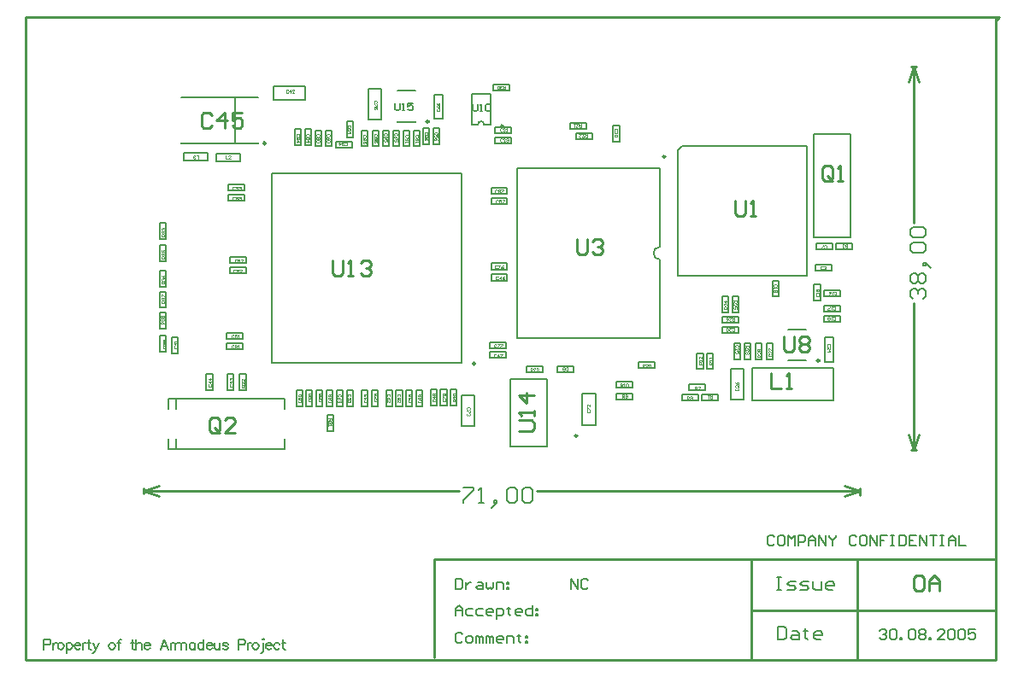
<source format=gto>
%FSLAX42Y42*%
%MOMM*%
G71*
G01*
G75*
%ADD10C,0.45*%
%ADD11R,0.30X1.60*%
%ADD12R,0.60X0.50*%
%ADD13R,0.50X0.60*%
%ADD14R,1.20X1.50*%
%ADD15R,1.50X1.20*%
%ADD16R,0.80X0.90*%
%ADD17R,1.60X0.30*%
%ADD18R,1.95X3.40*%
%ADD19R,1.95X1.10*%
%ADD20R,1.45X0.55*%
%ADD21R,0.90X0.80*%
%ADD22R,2.60X2.40*%
%ADD23R,1.00X2.50*%
%ADD24R,2.50X6.00*%
%ADD25R,3.50X3.20*%
%ADD26R,4.50X1.50*%
%ADD27R,1.50X0.35*%
%ADD28C,0.15*%
%ADD29C,0.25*%
%ADD30C,0.15*%
%ADD31C,0.13*%
%ADD32C,0.18*%
%ADD33C,0.30*%
%ADD34C,0.40*%
%ADD35R,0.35X1.60*%
%ADD36C,0.80*%
%ADD37C,1.10*%
%ADD38O,0.35X1.60*%
%ADD39R,0.95X1.00*%
%ADD40R,1.15X0.35*%
%ADD41R,1.15X0.35*%
%ADD42R,1.65X0.30*%
%ADD43R,0.30X1.00*%
%ADD44O,0.30X1.00*%
%ADD45R,0.40X1.55*%
%ADD46R,0.40X2.20*%
%ADD47C,0.25*%
%ADD48C,0.20*%
%ADD49C,0.10*%
D29*
X3330Y4127D02*
Y4000D01*
X3355Y3975D01*
X3406D01*
X3432Y4000D01*
Y4127D01*
X3482Y3975D02*
X3533D01*
X3508D01*
Y4127D01*
X3482Y4102D01*
X3609D02*
X3635Y4127D01*
X3685D01*
X3711Y4102D01*
Y4077D01*
X3685Y4051D01*
X3660D01*
X3685D01*
X3711Y4026D01*
Y4000D01*
X3685Y3975D01*
X3635D01*
X3609Y4000D01*
X5178Y2440D02*
X5305D01*
X5330Y2465D01*
Y2516D01*
X5305Y2542D01*
X5178D01*
X5330Y2592D02*
Y2643D01*
Y2618D01*
X5178D01*
X5203Y2592D01*
X5330Y2795D02*
X5178D01*
X5254Y2719D01*
Y2821D01*
X2212Y2445D02*
Y2547D01*
X2186Y2572D01*
X2135D01*
X2110Y2547D01*
Y2445D01*
X2135Y2420D01*
X2186D01*
X2161Y2471D02*
X2212Y2420D01*
X2186D02*
X2212Y2445D01*
X2364Y2420D02*
X2262D01*
X2364Y2522D01*
Y2547D01*
X2339Y2572D01*
X2288D01*
X2262Y2547D01*
X2132Y5567D02*
X2106Y5592D01*
X2055D01*
X2030Y5567D01*
Y5465D01*
X2055Y5440D01*
X2106D01*
X2132Y5465D01*
X2259Y5440D02*
Y5592D01*
X2182Y5516D01*
X2284D01*
X2436Y5592D02*
X2335D01*
Y5516D01*
X2385Y5542D01*
X2411D01*
X2436Y5516D01*
Y5465D01*
X2411Y5440D01*
X2360D01*
X2335Y5465D01*
X7670Y3012D02*
Y2860D01*
X7772D01*
X7822D02*
X7873D01*
X7848D01*
Y3012D01*
X7822Y2987D01*
X8282Y4945D02*
Y5047D01*
X8256Y5072D01*
X8205D01*
X8180Y5047D01*
Y4945D01*
X8205Y4920D01*
X8256D01*
X8231Y4971D02*
X8282Y4920D01*
X8256D02*
X8282Y4945D01*
X8332Y4920D02*
X8383D01*
X8358D01*
Y5072D01*
X8332Y5047D01*
X7320Y4722D02*
Y4595D01*
X7345Y4570D01*
X7396D01*
X7422Y4595D01*
Y4722D01*
X7472Y4570D02*
X7523D01*
X7498D01*
Y4722D01*
X7472Y4697D01*
X7800Y3372D02*
Y3245D01*
X7825Y3220D01*
X7876D01*
X7902Y3245D01*
Y3372D01*
X7952Y3347D02*
X7978Y3372D01*
X8029D01*
X8054Y3347D01*
Y3322D01*
X8029Y3296D01*
X8054Y3271D01*
Y3245D01*
X8029Y3220D01*
X7978D01*
X7952Y3245D01*
Y3271D01*
X7978Y3296D01*
X7952Y3322D01*
Y3347D01*
X7978Y3296D02*
X8029D01*
X5748Y4341D02*
Y4214D01*
X5774Y4188D01*
X5824D01*
X5850Y4214D01*
Y4341D01*
X5901Y4315D02*
X5926Y4341D01*
X5977D01*
X6002Y4315D01*
Y4290D01*
X5977Y4264D01*
X5951D01*
X5977D01*
X6002Y4239D01*
Y4214D01*
X5977Y4188D01*
X5926D01*
X5901Y4214D01*
X9060Y6051D02*
X9115D01*
X9065Y2251D02*
X9110D01*
X9090Y4502D02*
Y6051D01*
Y2251D02*
Y3710D01*
X9039Y5898D02*
X9090Y6051D01*
X9141Y5898D01*
X9090Y2251D02*
X9141Y2403D01*
X9039D02*
X9090Y2251D01*
X1457Y1815D02*
Y1865D01*
X8557Y1800D02*
Y1865D01*
X1457Y1840D02*
X4583D01*
X5350D02*
X8557D01*
X1457D02*
X1610Y1789D01*
X1457Y1840D02*
X1610Y1891D01*
X8405D02*
X8557Y1840D01*
X8405Y1789D02*
X8557Y1840D01*
X8530Y170D02*
Y1170D01*
X7480Y660D02*
X9900D01*
X7480Y180D02*
Y1170D01*
X4340Y190D02*
Y1170D01*
X9900D01*
Y170D02*
Y6540D01*
Y6510D02*
X9930Y6540D01*
X290D02*
X9930D01*
X290Y170D02*
Y6540D01*
Y170D02*
X9900D01*
X9090Y977D02*
X9115Y1002D01*
X9166D01*
X9192Y977D01*
Y875D01*
X9166Y850D01*
X9115D01*
X9090Y875D01*
Y977D01*
X9242Y850D02*
Y952D01*
X9293Y1002D01*
X9344Y952D01*
Y850D01*
Y926D01*
X9242D01*
D30*
X9078Y3751D02*
X9053Y3776D01*
Y3827D01*
X9078Y3852D01*
X9104D01*
X9129Y3827D01*
Y3801D01*
Y3827D01*
X9155Y3852D01*
X9180D01*
X9205Y3827D01*
Y3776D01*
X9180Y3751D01*
X9078Y3903D02*
X9053Y3928D01*
Y3979D01*
X9078Y4005D01*
X9104D01*
X9129Y3979D01*
X9155Y4005D01*
X9180D01*
X9205Y3979D01*
Y3928D01*
X9180Y3903D01*
X9155D01*
X9129Y3928D01*
X9104Y3903D01*
X9078D01*
X9129Y3928D02*
Y3979D01*
X9231Y4081D02*
X9205Y4106D01*
X9180D01*
Y4081D01*
X9205D01*
Y4106D01*
X9231Y4081D01*
X9256Y4055D01*
X9078Y4208D02*
X9053Y4233D01*
Y4284D01*
X9078Y4309D01*
X9180D01*
X9205Y4284D01*
Y4233D01*
X9180Y4208D01*
X9078D01*
Y4360D02*
X9053Y4385D01*
Y4436D01*
X9078Y4462D01*
X9180D01*
X9205Y4436D01*
Y4385D01*
X9180Y4360D01*
X9078D01*
X4624Y1876D02*
X4725D01*
Y1850D01*
X4624Y1749D01*
Y1723D01*
X4776D02*
X4827D01*
X4802D01*
Y1876D01*
X4776Y1850D01*
X4928Y1698D02*
X4954Y1723D01*
Y1749D01*
X4928D01*
Y1723D01*
X4954D01*
X4928Y1698D01*
X4903Y1672D01*
X5055Y1850D02*
X5081Y1876D01*
X5132D01*
X5157Y1850D01*
Y1749D01*
X5132Y1723D01*
X5081D01*
X5055Y1749D01*
Y1850D01*
X5208D02*
X5233Y1876D01*
X5284D01*
X5309Y1850D01*
Y1749D01*
X5284Y1723D01*
X5233D01*
X5208Y1749D01*
Y1850D01*
D31*
X8270Y4030D02*
Y4090D01*
X8110Y4030D02*
Y4090D01*
Y4030D02*
X8270D01*
X8110Y4090D02*
X8270D01*
X7190Y3410D02*
Y3470D01*
X7350Y3410D02*
Y3470D01*
X7190D02*
X7350D01*
X7190Y3410D02*
X7350D01*
X7690Y3770D02*
X7750D01*
X7690Y3930D02*
X7750D01*
X7690Y3770D02*
Y3930D01*
X7750Y3770D02*
Y3930D01*
X2440Y3250D02*
Y3310D01*
X2280Y3250D02*
Y3310D01*
Y3250D02*
X2440D01*
X2280Y3310D02*
X2440D01*
X2440Y3350D02*
Y3410D01*
X2280Y3350D02*
Y3410D01*
Y3350D02*
X2440D01*
X2280Y3410D02*
X2440D01*
X3070Y2840D02*
X3130D01*
X3070Y2680D02*
X3130D01*
Y2840D01*
X3070Y2680D02*
Y2840D01*
X2970D02*
X3030D01*
X2970Y2680D02*
X3030D01*
Y2840D01*
X2970Y2680D02*
Y2840D01*
X3720Y2840D02*
X3780D01*
X3720Y2680D02*
X3780D01*
Y2840D01*
X3720Y2680D02*
Y2840D01*
X3620Y2840D02*
X3680D01*
X3620Y2680D02*
X3680D01*
Y2840D01*
X3620Y2680D02*
Y2840D01*
X4400Y2850D02*
X4460D01*
X4400Y2690D02*
X4460D01*
Y2850D01*
X4400Y2690D02*
Y2850D01*
X4300D02*
X4360D01*
X4300Y2690D02*
X4360D01*
Y2850D01*
X4300Y2690D02*
Y2850D01*
X4890Y3260D02*
Y3320D01*
X5050Y3260D02*
Y3320D01*
X4890D02*
X5050D01*
X4890Y3260D02*
X5050D01*
X4890Y3160D02*
Y3220D01*
X5050Y3160D02*
Y3220D01*
X4890D02*
X5050D01*
X4890Y3160D02*
X5050D01*
X4900Y4040D02*
Y4100D01*
X5060Y4040D02*
Y4100D01*
X4900D02*
X5060D01*
X4900Y4040D02*
X5060D01*
X4900Y3930D02*
Y3990D01*
X5060Y3930D02*
Y3990D01*
X4900D02*
X5060D01*
X4900Y3930D02*
X5060D01*
X4900Y4790D02*
Y4850D01*
X5060Y4790D02*
Y4850D01*
X4900D02*
X5060D01*
X4900Y4790D02*
X5060D01*
X4900Y4690D02*
Y4750D01*
X5060Y4690D02*
Y4750D01*
X4900D02*
X5060D01*
X4900Y4690D02*
X5060D01*
X4230Y5280D02*
X4290D01*
X4230Y5440D02*
X4290D01*
X4230Y5280D02*
Y5440D01*
X4290Y5280D02*
Y5440D01*
X4330Y5280D02*
X4390D01*
X4330Y5440D02*
X4390D01*
X4330Y5280D02*
Y5440D01*
X4390Y5280D02*
Y5440D01*
X3620Y5260D02*
X3680D01*
X3620Y5420D02*
X3680D01*
X3620Y5260D02*
Y5420D01*
X3680Y5260D02*
Y5420D01*
X3730Y5260D02*
X3790D01*
X3730Y5420D02*
X3790D01*
X3730Y5260D02*
Y5420D01*
X3790Y5260D02*
Y5420D01*
X2960Y5270D02*
X3020D01*
X2960Y5430D02*
X3020D01*
X2960Y5270D02*
Y5430D01*
X3020Y5270D02*
Y5430D01*
X3060Y5270D02*
X3120D01*
X3060Y5430D02*
X3120D01*
X3060Y5270D02*
Y5430D01*
X3120Y5270D02*
Y5430D01*
X2460Y4720D02*
Y4780D01*
X2300Y4720D02*
Y4780D01*
Y4720D02*
X2460D01*
X2300Y4780D02*
X2460D01*
Y4820D02*
Y4880D01*
X2300Y4820D02*
Y4880D01*
Y4820D02*
X2460D01*
X2300Y4880D02*
X2460D01*
X2470Y4000D02*
Y4060D01*
X2310Y4000D02*
Y4060D01*
Y4000D02*
X2470D01*
X2310Y4060D02*
X2470D01*
X2470Y4100D02*
Y4160D01*
X2310Y4100D02*
Y4160D01*
Y4100D02*
X2470D01*
X2310Y4160D02*
X2470D01*
X4500Y2850D02*
X4560D01*
X4500Y2690D02*
X4560D01*
Y2850D01*
X4500Y2690D02*
Y2850D01*
X4030Y5260D02*
X4090D01*
X4030Y5420D02*
X4090D01*
X4030Y5260D02*
Y5420D01*
X4090Y5260D02*
Y5420D01*
X4130Y5260D02*
X4190D01*
X4130Y5420D02*
X4190D01*
X4130Y5260D02*
Y5420D01*
X4190Y5260D02*
Y5420D01*
X3160Y5260D02*
X3220D01*
X3160Y5420D02*
X3220D01*
X3160Y5260D02*
Y5420D01*
X3220Y5260D02*
Y5420D01*
X3260Y5260D02*
X3320D01*
X3260Y5420D02*
X3320D01*
X3260Y5260D02*
Y5420D01*
X3320Y5260D02*
Y5420D01*
X3270Y2840D02*
X3330D01*
X3270Y2680D02*
X3330D01*
Y2840D01*
X3270Y2680D02*
Y2840D01*
X3170Y2840D02*
X3230D01*
X3170Y2680D02*
X3230D01*
Y2840D01*
X3170Y2680D02*
Y2840D01*
X4160D02*
X4220D01*
X4160Y2680D02*
X4220D01*
Y2840D01*
X4160Y2680D02*
Y2840D01*
X4060D02*
X4120D01*
X4060Y2680D02*
X4120D01*
Y2840D01*
X4060Y2680D02*
Y2840D01*
X3830Y5260D02*
X3890D01*
X3830Y5420D02*
X3890D01*
X3830Y5260D02*
Y5420D01*
X3890Y5260D02*
Y5420D01*
X3930Y5260D02*
X3990D01*
X3930Y5420D02*
X3990D01*
X3930Y5260D02*
Y5420D01*
X3990Y5260D02*
Y5420D01*
X3360Y5250D02*
Y5310D01*
X3520Y5250D02*
Y5310D01*
X3360D02*
X3520D01*
X3360Y5250D02*
X3520D01*
X3470Y5350D02*
X3530D01*
X3470Y5510D02*
X3530D01*
X3470Y5350D02*
Y5510D01*
X3530Y5350D02*
Y5510D01*
X3470Y2840D02*
X3530D01*
X3470Y2680D02*
X3530D01*
Y2840D01*
X3470Y2680D02*
Y2840D01*
X3370Y2840D02*
X3430D01*
X3370Y2680D02*
X3430D01*
Y2840D01*
X3370Y2680D02*
Y2840D01*
X3960D02*
X4020D01*
X3960Y2680D02*
X4020D01*
Y2840D01*
X3960Y2680D02*
Y2840D01*
X3860D02*
X3920D01*
X3860Y2680D02*
X3920D01*
Y2840D01*
X3860Y2680D02*
Y2840D01*
X1620Y4030D02*
X1680D01*
X1620Y3870D02*
X1680D01*
Y4030D01*
X1620Y3870D02*
Y4030D01*
Y3610D02*
X1680D01*
X1620Y3450D02*
X1680D01*
Y3610D01*
X1620Y3450D02*
Y3610D01*
Y3820D02*
X1680D01*
X1620Y3660D02*
X1680D01*
Y3820D01*
X1620Y3660D02*
Y3820D01*
X2290Y3000D02*
X2350D01*
X2290Y2840D02*
X2350D01*
Y3000D01*
X2290Y2840D02*
Y3000D01*
X3280Y2440D02*
X3340D01*
X3280Y2600D02*
X3340D01*
X3280Y2440D02*
Y2600D01*
X3340Y2440D02*
Y2600D01*
X2410Y3000D02*
X2470D01*
X2410Y2840D02*
X2470D01*
Y3000D01*
X2410Y2840D02*
Y3000D01*
X4920Y5810D02*
Y5870D01*
X5080Y5810D02*
Y5870D01*
X4920D02*
X5080D01*
X4920Y5810D02*
X5080D01*
X5100Y5290D02*
Y5350D01*
X4940Y5290D02*
Y5350D01*
Y5290D02*
X5100D01*
X4940Y5350D02*
X5100D01*
Y5390D02*
Y5450D01*
X4940Y5390D02*
Y5450D01*
Y5390D02*
X5100D01*
X4940Y5450D02*
X5100D01*
X5250Y3020D02*
X5410D01*
X5250Y3080D02*
X5410D01*
Y3020D02*
Y3080D01*
X5250Y3020D02*
Y3080D01*
X5740Y5330D02*
X5900D01*
X5740Y5390D02*
X5900D01*
Y5330D02*
Y5390D01*
X5740Y5330D02*
Y5390D01*
X5680Y5430D02*
X5840D01*
X5680Y5490D02*
X5840D01*
Y5430D02*
Y5490D01*
X5680Y5430D02*
Y5490D01*
X6360Y3120D02*
X6520D01*
X6360Y3060D02*
X6520D01*
X6360D02*
Y3120D01*
X6520Y3060D02*
Y3120D01*
X1620Y4340D02*
Y4500D01*
X1680Y4340D02*
Y4500D01*
X1620Y4340D02*
X1680D01*
X1620Y4500D02*
X1680D01*
X5560Y3020D02*
X5720D01*
X5560Y3080D02*
X5720D01*
Y3020D02*
Y3080D01*
X5560Y3020D02*
Y3080D01*
X7190Y3610D02*
Y3770D01*
X7250Y3610D02*
Y3770D01*
X7190Y3610D02*
X7250D01*
X7190Y3770D02*
X7250D01*
X8100Y3730D02*
Y3890D01*
X8160Y3730D02*
Y3890D01*
X8100Y3730D02*
X8160D01*
X8100Y3890D02*
X8160D01*
X6990Y2740D02*
X7150D01*
X6990Y2800D02*
X7150D01*
Y2740D02*
Y2800D01*
X6990Y2740D02*
Y2800D01*
X8120Y4240D02*
X8280D01*
X8120Y4300D02*
X8280D01*
Y4240D02*
Y4300D01*
X8120Y4240D02*
Y4300D01*
X8320D02*
X8480D01*
X8320Y4240D02*
X8480D01*
X8320D02*
Y4300D01*
X8480Y4240D02*
Y4300D01*
X6940Y3050D02*
Y3210D01*
X7000Y3050D02*
Y3210D01*
X6940Y3050D02*
X7000D01*
X6940Y3210D02*
X7000D01*
X6140Y2810D02*
X6300D01*
X6140Y2750D02*
X6300D01*
X6140D02*
Y2810D01*
X6300Y2750D02*
Y2810D01*
X6140Y2930D02*
X6300D01*
X6140Y2870D02*
X6300D01*
X6140D02*
Y2930D01*
X6300Y2870D02*
Y2930D01*
X7040Y3050D02*
Y3210D01*
X7100Y3050D02*
Y3210D01*
X7040Y3050D02*
X7100D01*
X7040Y3210D02*
X7100D01*
X1620Y3220D02*
Y3380D01*
X1680Y3220D02*
Y3380D01*
X1620Y3220D02*
X1680D01*
X1620Y3380D02*
X1680D01*
X2080Y2840D02*
Y3000D01*
X2140Y2840D02*
Y3000D01*
X2080Y2840D02*
X2140D01*
X2080Y3000D02*
X2140D01*
X1740Y3210D02*
Y3370D01*
X1800Y3210D02*
Y3370D01*
X1740Y3210D02*
X1800D01*
X1740Y3370D02*
X1800D01*
X1620Y4120D02*
Y4280D01*
X1680Y4120D02*
Y4280D01*
X1620Y4120D02*
X1680D01*
X1620Y4280D02*
X1680D01*
X6170Y5310D02*
Y5470D01*
X6110Y5310D02*
Y5470D01*
X6170D01*
X6110Y5310D02*
X6170D01*
X7190Y3510D02*
X7350D01*
X7190Y3570D02*
X7350D01*
Y3510D02*
Y3570D01*
X7190Y3510D02*
Y3570D01*
X7350Y3610D02*
Y3770D01*
X7290Y3610D02*
Y3770D01*
X7350D01*
X7290Y3610D02*
X7350D01*
X8200Y3520D02*
X8360D01*
X8200Y3580D02*
X8360D01*
Y3520D02*
Y3580D01*
X8200Y3520D02*
Y3580D01*
Y3620D02*
X8360D01*
X8200Y3680D02*
X8360D01*
Y3620D02*
Y3680D01*
X8200Y3620D02*
Y3680D01*
Y3770D02*
X8360D01*
X8200Y3830D02*
X8360D01*
Y3770D02*
Y3830D01*
X8200Y3770D02*
Y3830D01*
X7630Y3150D02*
Y3310D01*
X7690Y3150D02*
Y3310D01*
X7630Y3150D02*
X7690D01*
X7630Y3310D02*
X7690D01*
X7520Y3150D02*
Y3310D01*
X7580Y3150D02*
Y3310D01*
X7520Y3150D02*
X7580D01*
X7520Y3310D02*
X7580D01*
X7370Y3150D02*
Y3310D01*
X7310Y3150D02*
Y3310D01*
X7370D01*
X7310Y3150D02*
X7370D01*
X7470D02*
Y3310D01*
X7410Y3150D02*
Y3310D01*
X7470D01*
X7410Y3150D02*
X7470D01*
X6860Y2900D02*
X7020D01*
X6860Y2840D02*
X7020D01*
X6860D02*
Y2900D01*
X7020Y2840D02*
Y2900D01*
X6790Y2800D02*
X6950D01*
X6790Y2740D02*
X6950D01*
X6790D02*
Y2800D01*
X6950Y2740D02*
Y2800D01*
X8750Y455D02*
X8767Y472D01*
X8801D01*
X8818Y455D01*
Y438D01*
X8801Y421D01*
X8784D01*
X8801D01*
X8818Y404D01*
Y387D01*
X8801Y370D01*
X8767D01*
X8750Y387D01*
X8852Y455D02*
X8868Y472D01*
X8902D01*
X8919Y455D01*
Y387D01*
X8902Y370D01*
X8868D01*
X8852Y387D01*
Y455D01*
X8953Y370D02*
Y387D01*
X8970D01*
Y370D01*
X8953D01*
X9038Y455D02*
X9055Y472D01*
X9089D01*
X9105Y455D01*
Y387D01*
X9089Y370D01*
X9055D01*
X9038Y387D01*
Y455D01*
X9139D02*
X9156Y472D01*
X9190D01*
X9207Y455D01*
Y438D01*
X9190Y421D01*
X9207Y404D01*
Y387D01*
X9190Y370D01*
X9156D01*
X9139Y387D01*
Y404D01*
X9156Y421D01*
X9139Y438D01*
Y455D01*
X9156Y421D02*
X9190D01*
X9241Y370D02*
Y387D01*
X9258D01*
Y370D01*
X9241D01*
X9393D02*
X9326D01*
X9393Y438D01*
Y455D01*
X9376Y472D01*
X9342D01*
X9326Y455D01*
X9427D02*
X9444Y472D01*
X9478D01*
X9495Y455D01*
Y387D01*
X9478Y370D01*
X9444D01*
X9427Y387D01*
Y455D01*
X9529D02*
X9546Y472D01*
X9579D01*
X9596Y455D01*
Y387D01*
X9579Y370D01*
X9546D01*
X9529Y387D01*
Y455D01*
X9698Y472D02*
X9630D01*
Y421D01*
X9664Y438D01*
X9681D01*
X9698Y421D01*
Y387D01*
X9681Y370D01*
X9647D01*
X9630Y387D01*
X5690Y870D02*
Y972D01*
X5758Y870D01*
Y972D01*
X5859Y955D02*
X5842Y972D01*
X5808D01*
X5792Y955D01*
Y887D01*
X5808Y870D01*
X5842D01*
X5859Y887D01*
X470Y318D02*
X514D01*
X528Y323D01*
X533Y328D01*
X538Y338D01*
Y352D01*
X533Y362D01*
X528Y367D01*
X514Y372D01*
X470D01*
Y270D01*
X560Y338D02*
Y270D01*
Y309D02*
X565Y323D01*
X575Y333D01*
X585Y338D01*
X599D01*
X633D02*
X623Y333D01*
X613Y323D01*
X608Y309D01*
Y299D01*
X613Y285D01*
X623Y275D01*
X633Y270D01*
X647D01*
X657Y275D01*
X666Y285D01*
X671Y299D01*
Y309D01*
X666Y323D01*
X657Y333D01*
X647Y338D01*
X633D01*
X693D02*
Y236D01*
Y323D02*
X703Y333D01*
X713Y338D01*
X727D01*
X737Y333D01*
X747Y323D01*
X752Y309D01*
Y299D01*
X747Y285D01*
X737Y275D01*
X727Y270D01*
X713D01*
X703Y275D01*
X693Y285D01*
X773Y309D02*
X831D01*
Y318D01*
X826Y328D01*
X822Y333D01*
X812Y338D01*
X797D01*
X788Y333D01*
X778Y323D01*
X773Y309D01*
Y299D01*
X778Y285D01*
X788Y275D01*
X797Y270D01*
X812D01*
X822Y275D01*
X831Y285D01*
X853Y338D02*
Y270D01*
Y309D02*
X858Y323D01*
X868Y333D01*
X877Y338D01*
X892D01*
X915Y372D02*
Y289D01*
X920Y275D01*
X930Y270D01*
X940D01*
X901Y338D02*
X935D01*
X959D02*
X988Y270D01*
X1017Y338D02*
X988Y270D01*
X978Y251D01*
X969Y241D01*
X959Y236D01*
X954D01*
X1138Y338D02*
X1128Y333D01*
X1119Y323D01*
X1114Y309D01*
Y299D01*
X1119Y285D01*
X1128Y275D01*
X1138Y270D01*
X1153D01*
X1162Y275D01*
X1172Y285D01*
X1177Y299D01*
Y309D01*
X1172Y323D01*
X1162Y333D01*
X1153Y338D01*
X1138D01*
X1238Y372D02*
X1228D01*
X1218Y367D01*
X1213Y352D01*
Y270D01*
X1199Y338D02*
X1233D01*
X1346Y372D02*
Y289D01*
X1351Y275D01*
X1361Y270D01*
X1371D01*
X1332Y338D02*
X1366D01*
X1385Y372D02*
Y270D01*
Y318D02*
X1400Y333D01*
X1409Y338D01*
X1424D01*
X1434Y333D01*
X1438Y318D01*
Y270D01*
X1465Y309D02*
X1523D01*
Y318D01*
X1518Y328D01*
X1513Y333D01*
X1504Y338D01*
X1489D01*
X1479Y333D01*
X1470Y323D01*
X1465Y309D01*
Y299D01*
X1470Y285D01*
X1479Y275D01*
X1489Y270D01*
X1504D01*
X1513Y275D01*
X1523Y285D01*
X1702Y270D02*
X1663Y372D01*
X1625Y270D01*
X1639Y304D02*
X1687D01*
X1726Y338D02*
Y270D01*
Y309D02*
X1731Y323D01*
X1740Y333D01*
X1750Y338D01*
X1764D01*
X1774D02*
Y270D01*
Y318D02*
X1788Y333D01*
X1798Y338D01*
X1812D01*
X1822Y333D01*
X1827Y318D01*
Y270D01*
Y318D02*
X1841Y333D01*
X1851Y338D01*
X1865D01*
X1875Y333D01*
X1880Y318D01*
Y270D01*
X1970Y338D02*
Y270D01*
Y323D02*
X1960Y333D01*
X1951Y338D01*
X1936D01*
X1926Y333D01*
X1917Y323D01*
X1912Y309D01*
Y299D01*
X1917Y285D01*
X1926Y275D01*
X1936Y270D01*
X1951D01*
X1960Y275D01*
X1970Y285D01*
X2055Y372D02*
Y270D01*
Y323D02*
X2045Y333D01*
X2036Y338D01*
X2021D01*
X2012Y333D01*
X2002Y323D01*
X1997Y309D01*
Y299D01*
X2002Y285D01*
X2012Y275D01*
X2021Y270D01*
X2036D01*
X2045Y275D01*
X2055Y285D01*
X2082Y309D02*
X2140D01*
Y318D01*
X2135Y328D01*
X2131Y333D01*
X2121Y338D01*
X2106D01*
X2097Y333D01*
X2087Y323D01*
X2082Y309D01*
Y299D01*
X2087Y285D01*
X2097Y275D01*
X2106Y270D01*
X2121D01*
X2131Y275D01*
X2140Y285D01*
X2162Y338D02*
Y289D01*
X2167Y275D01*
X2177Y270D01*
X2191D01*
X2201Y275D01*
X2215Y289D01*
Y338D02*
Y270D01*
X2295Y323D02*
X2290Y333D01*
X2276Y338D01*
X2261D01*
X2247Y333D01*
X2242Y323D01*
X2247Y314D01*
X2256Y309D01*
X2281Y304D01*
X2290Y299D01*
X2295Y289D01*
Y285D01*
X2290Y275D01*
X2276Y270D01*
X2261D01*
X2247Y275D01*
X2242Y285D01*
X2396Y318D02*
X2440D01*
X2454Y323D01*
X2459Y328D01*
X2464Y338D01*
Y352D01*
X2459Y362D01*
X2454Y367D01*
X2440Y372D01*
X2396D01*
Y270D01*
X2487Y338D02*
Y270D01*
Y309D02*
X2491Y323D01*
X2501Y333D01*
X2511Y338D01*
X2525D01*
X2559D02*
X2549Y333D01*
X2539Y323D01*
X2534Y309D01*
Y299D01*
X2539Y285D01*
X2549Y275D01*
X2559Y270D01*
X2573D01*
X2583Y275D01*
X2592Y285D01*
X2597Y299D01*
Y309D01*
X2592Y323D01*
X2583Y333D01*
X2573Y338D01*
X2559D01*
X2639Y372D02*
X2644Y367D01*
X2649Y372D01*
X2644Y376D01*
X2639Y372D01*
X2644Y338D02*
Y255D01*
X2639Y241D01*
X2629Y236D01*
X2620D01*
X2667Y309D02*
X2726D01*
Y318D01*
X2721Y328D01*
X2716Y333D01*
X2706Y338D01*
X2692D01*
X2682Y333D01*
X2672Y323D01*
X2667Y309D01*
Y299D01*
X2672Y285D01*
X2682Y275D01*
X2692Y270D01*
X2706D01*
X2716Y275D01*
X2726Y285D01*
X2805Y323D02*
X2796Y333D01*
X2786Y338D01*
X2771D01*
X2762Y333D01*
X2752Y323D01*
X2747Y309D01*
Y299D01*
X2752Y285D01*
X2762Y275D01*
X2771Y270D01*
X2786D01*
X2796Y275D01*
X2805Y285D01*
X2842Y372D02*
Y289D01*
X2846Y275D01*
X2856Y270D01*
X2866D01*
X2827Y338D02*
X2861D01*
X4550Y610D02*
Y678D01*
X4584Y712D01*
X4618Y678D01*
Y610D01*
Y661D01*
X4550D01*
X4719Y678D02*
X4668D01*
X4652Y661D01*
Y627D01*
X4668Y610D01*
X4719D01*
X4821Y678D02*
X4770D01*
X4753Y661D01*
Y627D01*
X4770Y610D01*
X4821D01*
X4905D02*
X4872D01*
X4855Y627D01*
Y661D01*
X4872Y678D01*
X4905D01*
X4922Y661D01*
Y644D01*
X4855D01*
X4956Y576D02*
Y678D01*
X5007D01*
X5024Y661D01*
Y627D01*
X5007Y610D01*
X4956D01*
X5075Y695D02*
Y678D01*
X5058D01*
X5092D01*
X5075D01*
Y627D01*
X5092Y610D01*
X5193D02*
X5159D01*
X5142Y627D01*
Y661D01*
X5159Y678D01*
X5193D01*
X5210Y661D01*
Y644D01*
X5142D01*
X5312Y712D02*
Y610D01*
X5261D01*
X5244Y627D01*
Y661D01*
X5261Y678D01*
X5312D01*
X5346D02*
X5363D01*
Y661D01*
X5346D01*
Y678D01*
Y627D02*
X5363D01*
Y610D01*
X5346D01*
Y627D01*
X4550Y972D02*
Y870D01*
X4601D01*
X4618Y887D01*
Y955D01*
X4601Y972D01*
X4550D01*
X4652Y938D02*
Y870D01*
Y904D01*
X4668Y921D01*
X4685Y938D01*
X4702D01*
X4770D02*
X4804D01*
X4821Y921D01*
Y870D01*
X4770D01*
X4753Y887D01*
X4770Y904D01*
X4821D01*
X4855Y938D02*
Y887D01*
X4872Y870D01*
X4889Y887D01*
X4905Y870D01*
X4922Y887D01*
Y938D01*
X4956Y870D02*
Y938D01*
X5007D01*
X5024Y921D01*
Y870D01*
X5058Y938D02*
X5075D01*
Y921D01*
X5058D01*
Y938D01*
Y887D02*
X5075D01*
Y870D01*
X5058D01*
Y887D01*
X4618Y425D02*
X4601Y442D01*
X4567D01*
X4550Y425D01*
Y357D01*
X4567Y340D01*
X4601D01*
X4618Y357D01*
X4668Y340D02*
X4702D01*
X4719Y357D01*
Y391D01*
X4702Y408D01*
X4668D01*
X4652Y391D01*
Y357D01*
X4668Y340D01*
X4753D02*
Y408D01*
X4770D01*
X4787Y391D01*
Y340D01*
Y391D01*
X4804Y408D01*
X4821Y391D01*
Y340D01*
X4855D02*
Y408D01*
X4872D01*
X4889Y391D01*
Y340D01*
Y391D01*
X4905Y408D01*
X4922Y391D01*
Y340D01*
X5007D02*
X4973D01*
X4956Y357D01*
Y391D01*
X4973Y408D01*
X5007D01*
X5024Y391D01*
Y374D01*
X4956D01*
X5058Y340D02*
Y408D01*
X5109D01*
X5126Y391D01*
Y340D01*
X5176Y425D02*
Y408D01*
X5159D01*
X5193D01*
X5176D01*
Y357D01*
X5193Y340D01*
X5244Y408D02*
X5261D01*
Y391D01*
X5244D01*
Y408D01*
Y357D02*
X5261D01*
Y340D01*
X5244D01*
Y357D01*
X7708Y1385D02*
X7691Y1402D01*
X7657D01*
X7640Y1385D01*
Y1317D01*
X7657Y1300D01*
X7691D01*
X7708Y1317D01*
X7792Y1402D02*
X7758D01*
X7742Y1385D01*
Y1317D01*
X7758Y1300D01*
X7792D01*
X7809Y1317D01*
Y1385D01*
X7792Y1402D01*
X7843Y1300D02*
Y1402D01*
X7877Y1368D01*
X7911Y1402D01*
Y1300D01*
X7945D02*
Y1402D01*
X7995D01*
X8012Y1385D01*
Y1351D01*
X7995Y1334D01*
X7945D01*
X8046Y1300D02*
Y1368D01*
X8080Y1402D01*
X8114Y1368D01*
Y1300D01*
Y1351D01*
X8046D01*
X8148Y1300D02*
Y1402D01*
X8216Y1300D01*
Y1402D01*
X8249D02*
Y1385D01*
X8283Y1351D01*
X8317Y1385D01*
Y1402D01*
X8283Y1351D02*
Y1300D01*
X8520Y1385D02*
X8503Y1402D01*
X8469D01*
X8453Y1385D01*
Y1317D01*
X8469Y1300D01*
X8503D01*
X8520Y1317D01*
X8605Y1402D02*
X8571D01*
X8554Y1385D01*
Y1317D01*
X8571Y1300D01*
X8605D01*
X8622Y1317D01*
Y1385D01*
X8605Y1402D01*
X8656Y1300D02*
Y1402D01*
X8723Y1300D01*
Y1402D01*
X8825D02*
X8757D01*
Y1351D01*
X8791D01*
X8757D01*
Y1300D01*
X8859Y1402D02*
X8893D01*
X8876D01*
Y1300D01*
X8859D01*
X8893D01*
X8943Y1402D02*
Y1300D01*
X8994D01*
X9011Y1317D01*
Y1385D01*
X8994Y1402D01*
X8943D01*
X9113D02*
X9045D01*
Y1300D01*
X9113D01*
X9045Y1351D02*
X9079D01*
X9147Y1300D02*
Y1402D01*
X9214Y1300D01*
Y1402D01*
X9248D02*
X9316D01*
X9282D01*
Y1300D01*
X9350Y1402D02*
X9384D01*
X9367D01*
Y1300D01*
X9350D01*
X9384D01*
X9434D02*
Y1368D01*
X9468Y1402D01*
X9502Y1368D01*
Y1300D01*
Y1351D01*
X9434D01*
X9536Y1402D02*
Y1300D01*
X9604D01*
D32*
X7740Y497D02*
Y370D01*
X7803D01*
X7825Y391D01*
Y476D01*
X7803Y497D01*
X7740D01*
X7888Y455D02*
X7930D01*
X7952Y433D01*
Y370D01*
X7888D01*
X7867Y391D01*
X7888Y412D01*
X7952D01*
X8015Y476D02*
Y455D01*
X7994D01*
X8036D01*
X8015D01*
Y391D01*
X8036Y370D01*
X8163D02*
X8121D01*
X8100Y391D01*
Y433D01*
X8121Y455D01*
X8163D01*
X8184Y433D01*
Y412D01*
X8100D01*
X7730Y987D02*
X7772D01*
X7751D01*
Y860D01*
X7730D01*
X7772D01*
X7836D02*
X7899D01*
X7920Y881D01*
X7899Y902D01*
X7857D01*
X7836Y923D01*
X7857Y945D01*
X7920D01*
X7963Y860D02*
X8026D01*
X8047Y881D01*
X8026Y902D01*
X7984D01*
X7963Y923D01*
X7984Y945D01*
X8047D01*
X8090D02*
Y881D01*
X8111Y860D01*
X8174D01*
Y945D01*
X8280Y860D02*
X8238D01*
X8217Y881D01*
Y923D01*
X8238Y945D01*
X8280D01*
X8301Y923D01*
Y902D01*
X8217D01*
D47*
X4742Y3105D02*
G03*
X4742Y3105I-12J0D01*
G01*
X5755Y2390D02*
G03*
X5755Y2390I-12J0D01*
G01*
X4283Y5505D02*
G03*
X4283Y5505I-12J0D01*
G01*
X2667Y5290D02*
G03*
X2667Y5290I-12J0D01*
G01*
X8153Y3135D02*
G03*
X8153Y3135I-12J0D01*
G01*
X6625Y5160D02*
G03*
X6625Y5160I-12J0D01*
G01*
X5020Y5460D02*
G03*
X5020Y5460I-12J0D01*
G01*
D48*
X6572Y4263D02*
G03*
X6572Y4137I0J-63D01*
G01*
X4831Y5477D02*
G03*
X4769Y5477I-31J0D01*
G01*
X2730Y4990D02*
X4610D01*
X2730Y3110D02*
X4610D01*
Y4990D01*
X2730Y3110D02*
Y4990D01*
X5088Y2285D02*
X5453D01*
X5453D02*
Y2955D01*
X5088D02*
X5453D01*
X5088Y2285D02*
Y2955D01*
X4605Y2795D02*
X4605Y2485D01*
X4670Y2485D02*
X4735D01*
X4735Y2640D02*
X4735Y2795D01*
Y2485D02*
Y2640D01*
X4605Y2485D02*
X4670Y2485D01*
X4605Y2795D02*
X4735D01*
X5935Y2805D02*
X5935Y2495D01*
X5805Y2805D02*
X5870D01*
X5805Y2495D02*
X5805Y2650D01*
X5805D02*
Y2805D01*
X5870D02*
X5935Y2805D01*
X5805Y2495D02*
X5935D01*
X3970Y5815D02*
X4150D01*
X3970Y5505D02*
X4150D01*
X3970D02*
Y5510D01*
X4150Y5505D02*
Y5510D01*
X3970Y5810D02*
Y5815D01*
X4150Y5810D02*
Y5815D01*
X3685Y5835D02*
X3685Y5525D01*
X3750Y5525D02*
X3815D01*
X3815Y5680D02*
X3815Y5835D01*
Y5525D02*
Y5680D01*
X3685Y5525D02*
X3750Y5525D01*
X3685Y5835D02*
X3815D01*
X4340Y5535D02*
Y5775D01*
X4420D01*
Y5535D02*
Y5775D01*
X4340Y5535D02*
X4420D01*
X2175Y5190D02*
X2415D01*
Y5110D02*
Y5190D01*
X2175Y5110D02*
X2415D01*
X2175D02*
Y5190D01*
X2360Y5290D02*
Y5750D01*
X2590Y5290D02*
Y5295D01*
Y5745D02*
Y5750D01*
X1830Y5290D02*
X2590D01*
X1830Y5750D02*
X2590D01*
X1830Y5745D02*
Y5750D01*
Y5290D02*
Y5295D01*
X1855Y5120D02*
X2095D01*
X1855D02*
Y5200D01*
X2095D01*
Y5120D02*
Y5200D01*
X8100Y5380D02*
X8460D01*
Y4360D02*
Y5380D01*
X8100Y4360D02*
Y5380D01*
Y4360D02*
X8460D01*
X6750Y5220D02*
X6790Y5260D01*
X8030D01*
Y3980D02*
Y5260D01*
X6750Y3980D02*
X8030D01*
X6750D02*
Y5220D01*
X8290Y2740D02*
Y3060D01*
X7490Y2740D02*
X8290D01*
X7490D02*
Y3060D01*
X8290D01*
X8020Y3440D02*
Y3445D01*
X7840Y3440D02*
Y3445D01*
X8020Y3135D02*
Y3140D01*
X7840Y3135D02*
Y3140D01*
Y3135D02*
X8020D01*
X7840Y3445D02*
X8020D01*
X5162Y3360D02*
X6572D01*
X5162Y5040D02*
X6572D01*
X5162Y3360D02*
Y5040D01*
X6572Y3360D02*
Y4137D01*
Y4263D02*
Y5040D01*
X1780Y2260D02*
Y2360D01*
Y2660D02*
Y2760D01*
X2855Y2260D02*
Y2360D01*
X1705Y2260D02*
Y2360D01*
Y2660D02*
Y2760D01*
Y2260D02*
X2855D01*
Y2660D02*
Y2760D01*
X1705D02*
X2855D01*
X4831Y5477D02*
X4892D01*
X4708D02*
X4769D01*
X4708Y5782D02*
X4892D01*
Y5477D02*
Y5782D01*
X4708Y5477D02*
Y5782D01*
X3055Y5725D02*
Y5855D01*
X2745Y5855D02*
X2745Y5790D01*
Y5725D02*
X2900D01*
Y5725D02*
X3055Y5725D01*
X2745D02*
Y5790D01*
X2745Y5855D02*
X3055Y5855D01*
X8210Y3365D02*
X8290D01*
X8210Y3125D02*
Y3365D01*
Y3125D02*
X8290D01*
Y3365D01*
X7275Y2745D02*
X7405D01*
X7340Y3055D02*
X7405Y3055D01*
X7275Y2900D02*
Y3055D01*
Y2745D02*
X7275Y2900D01*
X7275Y3055D02*
X7340D01*
X7405Y3055D02*
X7405Y2745D01*
X3950Y5690D02*
Y5632D01*
X3962Y5620D01*
X3985D01*
X3997Y5632D01*
Y5690D01*
X4020Y5620D02*
X4043D01*
X4032D01*
Y5690D01*
X4020Y5678D01*
X4125Y5690D02*
X4078D01*
Y5655D01*
X4102Y5667D01*
X4113D01*
X4125Y5655D01*
Y5632D01*
X4113Y5620D01*
X4090D01*
X4078Y5632D01*
X4720Y5680D02*
Y5622D01*
X4732Y5610D01*
X4755D01*
X4767Y5622D01*
Y5680D01*
X4790Y5610D02*
X4813D01*
X4802D01*
Y5680D01*
X4790Y5668D01*
X4848D02*
X4860Y5680D01*
X4883D01*
X4895Y5668D01*
Y5622D01*
X4883Y5610D01*
X4860D01*
X4848Y5622D01*
Y5668D01*
D49*
X4550Y2730D02*
X4520D01*
Y2745D01*
X4525Y2750D01*
X4535D01*
X4540Y2745D01*
Y2730D01*
Y2740D02*
X4550Y2750D01*
Y2775D02*
X4520D01*
X4535Y2760D01*
Y2780D01*
X4525Y2790D02*
X4520Y2795D01*
Y2805D01*
X4525Y2810D01*
X4545D01*
X4550Y2805D01*
Y2795D01*
X4545Y2790D01*
X4525D01*
X1660Y3500D02*
X1630D01*
Y3515D01*
X1635Y3520D01*
X1645D01*
X1650Y3515D01*
Y3500D01*
Y3510D02*
X1660Y3520D01*
X1635Y3530D02*
X1630Y3535D01*
Y3545D01*
X1635Y3550D01*
X1640D01*
X1645Y3545D01*
Y3540D01*
Y3545D01*
X1650Y3550D01*
X1655D01*
X1660Y3545D01*
Y3535D01*
X1655Y3530D01*
X1635Y3560D02*
X1630Y3565D01*
Y3575D01*
X1635Y3580D01*
X1640D01*
X1645Y3575D01*
X1650Y3580D01*
X1655D01*
X1660Y3575D01*
Y3565D01*
X1655Y3560D01*
X1650D01*
X1645Y3565D01*
X1640Y3560D01*
X1635D01*
X1645Y3565D02*
Y3575D01*
X1670Y3710D02*
X1640D01*
Y3725D01*
X1645Y3730D01*
X1655D01*
X1660Y3725D01*
Y3710D01*
Y3720D02*
X1670Y3730D01*
X1645Y3740D02*
X1640Y3745D01*
Y3755D01*
X1645Y3760D01*
X1650D01*
X1655Y3755D01*
Y3750D01*
Y3755D01*
X1660Y3760D01*
X1665D01*
X1670Y3755D01*
Y3745D01*
X1665Y3740D01*
X1640Y3770D02*
Y3790D01*
X1645D01*
X1665Y3770D01*
X1670D01*
X1670Y3900D02*
X1640D01*
Y3915D01*
X1645Y3920D01*
X1655D01*
X1660Y3915D01*
Y3900D01*
Y3910D02*
X1670Y3920D01*
X1645Y3930D02*
X1640Y3935D01*
Y3945D01*
X1645Y3950D01*
X1650D01*
X1655Y3945D01*
Y3940D01*
Y3945D01*
X1660Y3950D01*
X1665D01*
X1670Y3945D01*
Y3935D01*
X1665Y3930D01*
X1640Y3980D02*
X1645Y3970D01*
X1655Y3960D01*
X1665D01*
X1670Y3965D01*
Y3975D01*
X1665Y3980D01*
X1660D01*
X1655Y3975D01*
Y3960D01*
X2460Y2870D02*
X2430D01*
Y2885D01*
X2435Y2890D01*
X2445D01*
X2450Y2885D01*
Y2870D01*
Y2880D02*
X2460Y2890D01*
X2435Y2900D02*
X2430Y2905D01*
Y2915D01*
X2435Y2920D01*
X2440D01*
X2445Y2915D01*
Y2910D01*
Y2915D01*
X2450Y2920D01*
X2455D01*
X2460Y2915D01*
Y2905D01*
X2455Y2900D01*
X2460Y2950D02*
Y2930D01*
X2440Y2950D01*
X2435D01*
X2430Y2945D01*
Y2935D01*
X2435Y2930D01*
X3290Y2560D02*
X3320D01*
Y2545D01*
X3315Y2540D01*
X3305D01*
X3300Y2545D01*
Y2560D01*
Y2550D02*
X3290Y2540D01*
X3315Y2530D02*
X3320Y2525D01*
Y2515D01*
X3315Y2510D01*
X3310D01*
X3305Y2515D01*
Y2520D01*
Y2515D01*
X3300Y2510D01*
X3295D01*
X3290Y2515D01*
Y2525D01*
X3295Y2530D01*
X3290Y2500D02*
Y2490D01*
Y2495D01*
X3320D01*
X3315Y2500D01*
X5040Y5860D02*
Y5830D01*
X5025D01*
X5020Y5835D01*
Y5845D01*
X5025Y5850D01*
X5040D01*
X5030D02*
X5020Y5860D01*
X5010Y5835D02*
X5005Y5830D01*
X4995D01*
X4990Y5835D01*
Y5840D01*
X4995Y5845D01*
X5000D01*
X4995D01*
X4990Y5850D01*
Y5855D01*
X4995Y5860D01*
X5005D01*
X5010Y5855D01*
X4980Y5835D02*
X4975Y5830D01*
X4965D01*
X4960Y5835D01*
Y5855D01*
X4965Y5860D01*
X4975D01*
X4980Y5855D01*
Y5835D01*
X2000Y5140D02*
Y5170D01*
X1980D01*
X1970Y5145D02*
X1965Y5140D01*
X1955D01*
X1950Y5145D01*
Y5150D01*
X1955Y5155D01*
X1960D01*
X1955D01*
X1950Y5160D01*
Y5165D01*
X1955Y5170D01*
X1965D01*
X1970Y5165D01*
X2270Y5170D02*
Y5140D01*
X2290D01*
X2320D02*
X2300D01*
X2320Y5160D01*
Y5165D01*
X2315Y5170D01*
X2305D01*
X2300Y5165D01*
X3865Y5370D02*
X3870Y5375D01*
Y5385D01*
X3865Y5390D01*
X3845D01*
X3840Y5385D01*
Y5375D01*
X3845Y5370D01*
Y5360D02*
X3840Y5355D01*
Y5345D01*
X3845Y5340D01*
X3865D01*
X3870Y5345D01*
Y5355D01*
X3865Y5360D01*
X3860D01*
X3855Y5355D01*
Y5340D01*
X3870Y5310D02*
Y5330D01*
X3855D01*
X3860Y5320D01*
Y5315D01*
X3855Y5310D01*
X3845D01*
X3840Y5315D01*
Y5325D01*
X3845Y5330D01*
X3450Y5275D02*
X3455Y5270D01*
X3465D01*
X3470Y5275D01*
Y5295D01*
X3465Y5300D01*
X3455D01*
X3450Y5295D01*
X3440D02*
X3435Y5300D01*
X3425D01*
X3420Y5295D01*
Y5275D01*
X3425Y5270D01*
X3435D01*
X3440Y5275D01*
Y5280D01*
X3435Y5285D01*
X3420D01*
X3395Y5300D02*
Y5270D01*
X3410Y5285D01*
X3390D01*
X3505Y2780D02*
X3510Y2785D01*
Y2795D01*
X3505Y2800D01*
X3485D01*
X3480Y2795D01*
Y2785D01*
X3485Y2780D01*
Y2770D02*
X3480Y2765D01*
Y2755D01*
X3485Y2750D01*
X3505D01*
X3510Y2755D01*
Y2765D01*
X3505Y2770D01*
X3500D01*
X3495Y2765D01*
Y2750D01*
X3505Y2740D02*
X3510Y2735D01*
Y2725D01*
X3505Y2720D01*
X3500D01*
X3495Y2725D01*
Y2730D01*
Y2725D01*
X3490Y2720D01*
X3485D01*
X3480Y2725D01*
Y2735D01*
X3485Y2740D01*
X3995Y2780D02*
X4000Y2785D01*
Y2795D01*
X3995Y2800D01*
X3975D01*
X3970Y2795D01*
Y2785D01*
X3975Y2780D01*
Y2770D02*
X3970Y2765D01*
Y2755D01*
X3975Y2750D01*
X3995D01*
X4000Y2755D01*
Y2765D01*
X3995Y2770D01*
X3990D01*
X3985Y2765D01*
Y2750D01*
X3970Y2720D02*
Y2740D01*
X3990Y2720D01*
X3995D01*
X4000Y2725D01*
Y2735D01*
X3995Y2740D01*
X4075Y5350D02*
X4080Y5355D01*
Y5365D01*
X4075Y5370D01*
X4055D01*
X4050Y5365D01*
Y5355D01*
X4055Y5350D01*
Y5340D02*
X4050Y5335D01*
Y5325D01*
X4055Y5320D01*
X4075D01*
X4080Y5325D01*
Y5335D01*
X4075Y5340D01*
X4070D01*
X4065Y5335D01*
Y5320D01*
X4050Y5310D02*
Y5300D01*
Y5305D01*
X4080D01*
X4075Y5310D01*
X3195Y5360D02*
X3200Y5365D01*
Y5375D01*
X3195Y5380D01*
X3175D01*
X3170Y5375D01*
Y5365D01*
X3175Y5360D01*
Y5350D02*
X3170Y5345D01*
Y5335D01*
X3175Y5330D01*
X3195D01*
X3200Y5335D01*
Y5345D01*
X3195Y5350D01*
X3190D01*
X3185Y5345D01*
Y5330D01*
X3195Y5320D02*
X3200Y5315D01*
Y5305D01*
X3195Y5300D01*
X3175D01*
X3170Y5305D01*
Y5315D01*
X3175Y5320D01*
X3195D01*
X3295Y2740D02*
X3290Y2735D01*
Y2725D01*
X3295Y2720D01*
X3315D01*
X3320Y2725D01*
Y2735D01*
X3315Y2740D01*
X3295Y2750D02*
X3290Y2755D01*
Y2765D01*
X3295Y2770D01*
X3300D01*
X3305Y2765D01*
X3310Y2770D01*
X3315D01*
X3320Y2765D01*
Y2755D01*
X3315Y2750D01*
X3310D01*
X3305Y2755D01*
X3300Y2750D01*
X3295D01*
X3305Y2755D02*
Y2765D01*
X3315Y2780D02*
X3320Y2785D01*
Y2795D01*
X3315Y2800D01*
X3295D01*
X3290Y2795D01*
Y2785D01*
X3295Y2780D01*
X3300D01*
X3305Y2785D01*
Y2800D01*
X4185Y2740D02*
X4180Y2735D01*
Y2725D01*
X4185Y2720D01*
X4205D01*
X4210Y2725D01*
Y2735D01*
X4205Y2740D01*
X4185Y2750D02*
X4180Y2755D01*
Y2765D01*
X4185Y2770D01*
X4190D01*
X4195Y2765D01*
X4200Y2770D01*
X4205D01*
X4210Y2765D01*
Y2755D01*
X4205Y2750D01*
X4200D01*
X4195Y2755D01*
X4190Y2750D01*
X4185D01*
X4195Y2755D02*
Y2765D01*
X4185Y2780D02*
X4180Y2785D01*
Y2795D01*
X4185Y2800D01*
X4190D01*
X4195Y2795D01*
X4200Y2800D01*
X4205D01*
X4210Y2795D01*
Y2785D01*
X4205Y2780D01*
X4200D01*
X4195Y2785D01*
X4190Y2780D01*
X4185D01*
X4195Y2785D02*
Y2795D01*
X4960Y4825D02*
X4955Y4830D01*
X4945D01*
X4940Y4825D01*
Y4805D01*
X4945Y4800D01*
X4955D01*
X4960Y4805D01*
X4970Y4825D02*
X4975Y4830D01*
X4985D01*
X4990Y4825D01*
Y4820D01*
X4985Y4815D01*
X4990Y4810D01*
Y4805D01*
X4985Y4800D01*
X4975D01*
X4970Y4805D01*
Y4810D01*
X4975Y4815D01*
X4970Y4820D01*
Y4825D01*
X4975Y4815D02*
X4985D01*
X5000Y4830D02*
X5020D01*
Y4825D01*
X5000Y4805D01*
Y4800D01*
X4265Y5380D02*
X4270Y5385D01*
Y5395D01*
X4265Y5400D01*
X4245D01*
X4240Y5395D01*
Y5385D01*
X4245Y5380D01*
X4265Y5370D02*
X4270Y5365D01*
Y5355D01*
X4265Y5350D01*
X4260D01*
X4255Y5355D01*
X4250Y5350D01*
X4245D01*
X4240Y5355D01*
Y5365D01*
X4245Y5370D01*
X4250D01*
X4255Y5365D01*
X4260Y5370D01*
X4265D01*
X4255Y5365D02*
Y5355D01*
X4270Y5320D02*
X4265Y5330D01*
X4255Y5340D01*
X4245D01*
X4240Y5335D01*
Y5325D01*
X4245Y5320D01*
X4250D01*
X4255Y5325D01*
Y5340D01*
X3655Y5350D02*
X3660Y5355D01*
Y5365D01*
X3655Y5370D01*
X3635D01*
X3630Y5365D01*
Y5355D01*
X3635Y5350D01*
X3655Y5340D02*
X3660Y5335D01*
Y5325D01*
X3655Y5320D01*
X3650D01*
X3645Y5325D01*
X3640Y5320D01*
X3635D01*
X3630Y5325D01*
Y5335D01*
X3635Y5340D01*
X3640D01*
X3645Y5335D01*
X3650Y5340D01*
X3655D01*
X3645Y5335D02*
Y5325D01*
X3660Y5290D02*
Y5310D01*
X3645D01*
X3650Y5300D01*
Y5295D01*
X3645Y5290D01*
X3635D01*
X3630Y5295D01*
Y5305D01*
X3635Y5310D01*
X2995Y5360D02*
X3000Y5365D01*
Y5375D01*
X2995Y5380D01*
X2975D01*
X2970Y5375D01*
Y5365D01*
X2975Y5360D01*
X2995Y5350D02*
X3000Y5345D01*
Y5335D01*
X2995Y5330D01*
X2990D01*
X2985Y5335D01*
X2980Y5330D01*
X2975D01*
X2970Y5335D01*
Y5345D01*
X2975Y5350D01*
X2980D01*
X2985Y5345D01*
X2990Y5350D01*
X2995D01*
X2985Y5345D02*
Y5335D01*
X2970Y5305D02*
X3000D01*
X2985Y5320D01*
Y5300D01*
X2360Y4755D02*
X2355Y4760D01*
X2345D01*
X2340Y4755D01*
Y4735D01*
X2345Y4730D01*
X2355D01*
X2360Y4735D01*
X2370Y4755D02*
X2375Y4760D01*
X2385D01*
X2390Y4755D01*
Y4750D01*
X2385Y4745D01*
X2390Y4740D01*
Y4735D01*
X2385Y4730D01*
X2375D01*
X2370Y4735D01*
Y4740D01*
X2375Y4745D01*
X2370Y4750D01*
Y4755D01*
X2375Y4745D02*
X2385D01*
X2400Y4755D02*
X2405Y4760D01*
X2415D01*
X2420Y4755D01*
Y4750D01*
X2415Y4745D01*
X2410D01*
X2415D01*
X2420Y4740D01*
Y4735D01*
X2415Y4730D01*
X2405D01*
X2400Y4735D01*
X2370Y4035D02*
X2365Y4040D01*
X2355D01*
X2350Y4035D01*
Y4015D01*
X2355Y4010D01*
X2365D01*
X2370Y4015D01*
X2380Y4035D02*
X2385Y4040D01*
X2395D01*
X2400Y4035D01*
Y4030D01*
X2395Y4025D01*
X2400Y4020D01*
Y4015D01*
X2395Y4010D01*
X2385D01*
X2380Y4015D01*
Y4020D01*
X2385Y4025D01*
X2380Y4030D01*
Y4035D01*
X2385Y4025D02*
X2395D01*
X2430Y4010D02*
X2410D01*
X2430Y4030D01*
Y4035D01*
X2425Y4040D01*
X2415D01*
X2410Y4035D01*
X2350Y3285D02*
X2345Y3290D01*
X2335D01*
X2330Y3285D01*
Y3265D01*
X2335Y3260D01*
X2345D01*
X2350Y3265D01*
X2360Y3285D02*
X2365Y3290D01*
X2375D01*
X2380Y3285D01*
Y3280D01*
X2375Y3275D01*
X2380Y3270D01*
Y3265D01*
X2375Y3260D01*
X2365D01*
X2360Y3265D01*
Y3270D01*
X2365Y3275D01*
X2360Y3280D01*
Y3285D01*
X2365Y3275D02*
X2375D01*
X2390Y3260D02*
X2400D01*
X2395D01*
Y3290D01*
X2390Y3285D01*
X3095Y2750D02*
X3090Y2745D01*
Y2735D01*
X3095Y2730D01*
X3115D01*
X3120Y2735D01*
Y2745D01*
X3115Y2750D01*
X3095Y2760D02*
X3090Y2765D01*
Y2775D01*
X3095Y2780D01*
X3100D01*
X3105Y2775D01*
X3110Y2780D01*
X3115D01*
X3120Y2775D01*
Y2765D01*
X3115Y2760D01*
X3110D01*
X3105Y2765D01*
X3100Y2760D01*
X3095D01*
X3105Y2765D02*
Y2775D01*
X3095Y2790D02*
X3090Y2795D01*
Y2805D01*
X3095Y2810D01*
X3115D01*
X3120Y2805D01*
Y2795D01*
X3115Y2790D01*
X3095D01*
X3745Y2750D02*
X3740Y2745D01*
Y2735D01*
X3745Y2730D01*
X3765D01*
X3770Y2735D01*
Y2745D01*
X3765Y2750D01*
X3740Y2760D02*
Y2780D01*
X3745D01*
X3765Y2760D01*
X3770D01*
X3765Y2790D02*
X3770Y2795D01*
Y2805D01*
X3765Y2810D01*
X3745D01*
X3740Y2805D01*
Y2795D01*
X3745Y2790D01*
X3750D01*
X3755Y2795D01*
Y2810D01*
X4425Y2750D02*
X4420Y2745D01*
Y2735D01*
X4425Y2730D01*
X4445D01*
X4450Y2735D01*
Y2745D01*
X4445Y2750D01*
X4420Y2760D02*
Y2780D01*
X4425D01*
X4445Y2760D01*
X4450D01*
X4425Y2790D02*
X4420Y2795D01*
Y2805D01*
X4425Y2810D01*
X4430D01*
X4435Y2805D01*
X4440Y2810D01*
X4445D01*
X4450Y2805D01*
Y2795D01*
X4445Y2790D01*
X4440D01*
X4435Y2795D01*
X4430Y2790D01*
X4425D01*
X4435Y2795D02*
Y2805D01*
X4950Y3295D02*
X4945Y3300D01*
X4935D01*
X4930Y3295D01*
Y3275D01*
X4935Y3270D01*
X4945D01*
X4950Y3275D01*
X4960Y3300D02*
X4980D01*
Y3295D01*
X4960Y3275D01*
Y3270D01*
X4990Y3300D02*
X5010D01*
Y3295D01*
X4990Y3275D01*
Y3270D01*
X4960Y4075D02*
X4955Y4080D01*
X4945D01*
X4940Y4075D01*
Y4055D01*
X4945Y4050D01*
X4955D01*
X4960Y4055D01*
X4970Y4080D02*
X4990D01*
Y4075D01*
X4970Y4055D01*
Y4050D01*
X5020Y4080D02*
X5010Y4075D01*
X5000Y4065D01*
Y4055D01*
X5005Y4050D01*
X5015D01*
X5020Y4055D01*
Y4060D01*
X5015Y4065D01*
X5000D01*
X3765Y5690D02*
X3770Y5695D01*
Y5705D01*
X3765Y5710D01*
X3745D01*
X3740Y5705D01*
Y5695D01*
X3745Y5690D01*
X3770Y5680D02*
Y5660D01*
X3765D01*
X3745Y5680D01*
X3740D01*
X3770Y5630D02*
Y5650D01*
X3755D01*
X3760Y5640D01*
Y5635D01*
X3755Y5630D01*
X3745D01*
X3740Y5635D01*
Y5645D01*
X3745Y5650D01*
X4685Y2650D02*
X4690Y2655D01*
Y2665D01*
X4685Y2670D01*
X4665D01*
X4660Y2665D01*
Y2655D01*
X4665Y2650D01*
X4690Y2640D02*
Y2620D01*
X4685D01*
X4665Y2640D01*
X4660D01*
X4685Y2610D02*
X4690Y2605D01*
Y2595D01*
X4685Y2590D01*
X4680D01*
X4675Y2595D01*
Y2600D01*
Y2595D01*
X4670Y2590D01*
X4665D01*
X4660Y2595D01*
Y2605D01*
X4665Y2610D01*
X5855Y2640D02*
X5850Y2635D01*
Y2625D01*
X5855Y2620D01*
X5875D01*
X5880Y2625D01*
Y2635D01*
X5875Y2640D01*
X5850Y2650D02*
Y2670D01*
X5855D01*
X5875Y2650D01*
X5880D01*
Y2700D02*
Y2680D01*
X5860Y2700D01*
X5855D01*
X5850Y2695D01*
Y2685D01*
X5855Y2680D01*
X4365Y5630D02*
X4360Y5625D01*
Y5615D01*
X4365Y5610D01*
X4385D01*
X4390Y5615D01*
Y5625D01*
X4385Y5630D01*
X4360Y5660D02*
X4365Y5650D01*
X4375Y5640D01*
X4385D01*
X4390Y5645D01*
Y5655D01*
X4385Y5660D01*
X4380D01*
X4375Y5655D01*
Y5640D01*
X4360Y5690D02*
X4365Y5680D01*
X4375Y5670D01*
X4385D01*
X4390Y5675D01*
Y5685D01*
X4385Y5690D01*
X4380D01*
X4375Y5685D01*
Y5670D01*
X3965Y5370D02*
X3970Y5375D01*
Y5385D01*
X3965Y5390D01*
X3945D01*
X3940Y5385D01*
Y5375D01*
X3945Y5370D01*
X3970Y5340D02*
X3965Y5350D01*
X3955Y5360D01*
X3945D01*
X3940Y5355D01*
Y5345D01*
X3945Y5340D01*
X3950D01*
X3955Y5345D01*
Y5360D01*
X3970Y5310D02*
Y5330D01*
X3955D01*
X3960Y5320D01*
Y5315D01*
X3955Y5310D01*
X3945D01*
X3940Y5315D01*
Y5325D01*
X3945Y5330D01*
X3505Y5450D02*
X3510Y5455D01*
Y5465D01*
X3505Y5470D01*
X3485D01*
X3480Y5465D01*
Y5455D01*
X3485Y5450D01*
X3510Y5420D02*
X3505Y5430D01*
X3495Y5440D01*
X3485D01*
X3480Y5435D01*
Y5425D01*
X3485Y5420D01*
X3490D01*
X3495Y5425D01*
Y5440D01*
X3480Y5395D02*
X3510D01*
X3495Y5410D01*
Y5390D01*
X3405Y2780D02*
X3410Y2785D01*
Y2795D01*
X3405Y2800D01*
X3385D01*
X3380Y2795D01*
Y2785D01*
X3385Y2780D01*
X3410Y2750D02*
X3405Y2760D01*
X3395Y2770D01*
X3385D01*
X3380Y2765D01*
Y2755D01*
X3385Y2750D01*
X3390D01*
X3395Y2755D01*
Y2770D01*
X3405Y2740D02*
X3410Y2735D01*
Y2725D01*
X3405Y2720D01*
X3400D01*
X3395Y2725D01*
Y2730D01*
Y2725D01*
X3390Y2720D01*
X3385D01*
X3380Y2725D01*
Y2735D01*
X3385Y2740D01*
X3895Y2780D02*
X3900Y2785D01*
Y2795D01*
X3895Y2800D01*
X3875D01*
X3870Y2795D01*
Y2785D01*
X3875Y2780D01*
X3900Y2750D02*
X3895Y2760D01*
X3885Y2770D01*
X3875D01*
X3870Y2765D01*
Y2755D01*
X3875Y2750D01*
X3880D01*
X3885Y2755D01*
Y2770D01*
X3870Y2720D02*
Y2740D01*
X3890Y2720D01*
X3895D01*
X3900Y2725D01*
Y2735D01*
X3895Y2740D01*
X4175Y5350D02*
X4180Y5355D01*
Y5365D01*
X4175Y5370D01*
X4155D01*
X4150Y5365D01*
Y5355D01*
X4155Y5350D01*
X4180Y5320D02*
X4175Y5330D01*
X4165Y5340D01*
X4155D01*
X4150Y5335D01*
Y5325D01*
X4155Y5320D01*
X4160D01*
X4165Y5325D01*
Y5340D01*
X4150Y5310D02*
Y5300D01*
Y5305D01*
X4180D01*
X4175Y5310D01*
X3295Y5360D02*
X3300Y5365D01*
Y5375D01*
X3295Y5380D01*
X3275D01*
X3270Y5375D01*
Y5365D01*
X3275Y5360D01*
X3300Y5330D02*
X3295Y5340D01*
X3285Y5350D01*
X3275D01*
X3270Y5345D01*
Y5335D01*
X3275Y5330D01*
X3280D01*
X3285Y5335D01*
Y5350D01*
X3295Y5320D02*
X3300Y5315D01*
Y5305D01*
X3295Y5300D01*
X3275D01*
X3270Y5305D01*
Y5315D01*
X3275Y5320D01*
X3295D01*
X3195Y2750D02*
X3190Y2745D01*
Y2735D01*
X3195Y2730D01*
X3215D01*
X3220Y2735D01*
Y2745D01*
X3215Y2750D01*
X3190Y2780D02*
Y2760D01*
X3205D01*
X3200Y2770D01*
Y2775D01*
X3205Y2780D01*
X3215D01*
X3220Y2775D01*
Y2765D01*
X3215Y2760D01*
Y2790D02*
X3220Y2795D01*
Y2805D01*
X3215Y2810D01*
X3195D01*
X3190Y2805D01*
Y2795D01*
X3195Y2790D01*
X3200D01*
X3205Y2795D01*
Y2810D01*
X4085Y2740D02*
X4080Y2735D01*
Y2725D01*
X4085Y2720D01*
X4105D01*
X4110Y2725D01*
Y2735D01*
X4105Y2740D01*
X4080Y2770D02*
Y2750D01*
X4095D01*
X4090Y2760D01*
Y2765D01*
X4095Y2770D01*
X4105D01*
X4110Y2765D01*
Y2755D01*
X4105Y2750D01*
X4085Y2780D02*
X4080Y2785D01*
Y2795D01*
X4085Y2800D01*
X4090D01*
X4095Y2795D01*
X4100Y2800D01*
X4105D01*
X4110Y2795D01*
Y2785D01*
X4105Y2780D01*
X4100D01*
X4095Y2785D01*
X4090Y2780D01*
X4085D01*
X4095Y2785D02*
Y2795D01*
X4970Y4725D02*
X4965Y4730D01*
X4955D01*
X4950Y4725D01*
Y4705D01*
X4955Y4700D01*
X4965D01*
X4970Y4705D01*
X5000Y4730D02*
X4980D01*
Y4715D01*
X4990Y4720D01*
X4995D01*
X5000Y4715D01*
Y4705D01*
X4995Y4700D01*
X4985D01*
X4980Y4705D01*
X5010Y4730D02*
X5030D01*
Y4725D01*
X5010Y4705D01*
Y4700D01*
X4365Y5380D02*
X4370Y5385D01*
Y5395D01*
X4365Y5400D01*
X4345D01*
X4340Y5395D01*
Y5385D01*
X4345Y5380D01*
X4370Y5350D02*
Y5370D01*
X4355D01*
X4360Y5360D01*
Y5355D01*
X4355Y5350D01*
X4345D01*
X4340Y5355D01*
Y5365D01*
X4345Y5370D01*
X4370Y5320D02*
X4365Y5330D01*
X4355Y5340D01*
X4345D01*
X4340Y5335D01*
Y5325D01*
X4345Y5320D01*
X4350D01*
X4355Y5325D01*
Y5340D01*
X3765Y5360D02*
X3770Y5365D01*
Y5375D01*
X3765Y5380D01*
X3745D01*
X3740Y5375D01*
Y5365D01*
X3745Y5360D01*
X3770Y5330D02*
Y5350D01*
X3755D01*
X3760Y5340D01*
Y5335D01*
X3755Y5330D01*
X3745D01*
X3740Y5335D01*
Y5345D01*
X3745Y5350D01*
X3770Y5300D02*
Y5320D01*
X3755D01*
X3760Y5310D01*
Y5305D01*
X3755Y5300D01*
X3745D01*
X3740Y5305D01*
Y5315D01*
X3745Y5320D01*
X3095Y5360D02*
X3100Y5365D01*
Y5375D01*
X3095Y5380D01*
X3075D01*
X3070Y5375D01*
Y5365D01*
X3075Y5360D01*
X3100Y5330D02*
Y5350D01*
X3085D01*
X3090Y5340D01*
Y5335D01*
X3085Y5330D01*
X3075D01*
X3070Y5335D01*
Y5345D01*
X3075Y5350D01*
X3070Y5305D02*
X3100D01*
X3085Y5320D01*
Y5300D01*
X2360Y4855D02*
X2355Y4860D01*
X2345D01*
X2340Y4855D01*
Y4835D01*
X2345Y4830D01*
X2355D01*
X2360Y4835D01*
X2390Y4860D02*
X2370D01*
Y4845D01*
X2380Y4850D01*
X2385D01*
X2390Y4845D01*
Y4835D01*
X2385Y4830D01*
X2375D01*
X2370Y4835D01*
X2400Y4855D02*
X2405Y4860D01*
X2415D01*
X2420Y4855D01*
Y4850D01*
X2415Y4845D01*
X2410D01*
X2415D01*
X2420Y4840D01*
Y4835D01*
X2415Y4830D01*
X2405D01*
X2400Y4835D01*
X2380Y4135D02*
X2375Y4140D01*
X2365D01*
X2360Y4135D01*
Y4115D01*
X2365Y4110D01*
X2375D01*
X2380Y4115D01*
X2410Y4140D02*
X2390D01*
Y4125D01*
X2400Y4130D01*
X2405D01*
X2410Y4125D01*
Y4115D01*
X2405Y4110D01*
X2395D01*
X2390Y4115D01*
X2440Y4110D02*
X2420D01*
X2440Y4130D01*
Y4135D01*
X2435Y4140D01*
X2425D01*
X2420Y4135D01*
X2350Y3385D02*
X2345Y3390D01*
X2335D01*
X2330Y3385D01*
Y3365D01*
X2335Y3360D01*
X2345D01*
X2350Y3365D01*
X2380Y3390D02*
X2360D01*
Y3375D01*
X2370Y3380D01*
X2375D01*
X2380Y3375D01*
Y3365D01*
X2375Y3360D01*
X2365D01*
X2360Y3365D01*
X2390Y3360D02*
X2400D01*
X2395D01*
Y3390D01*
X2390Y3385D01*
X2995Y2740D02*
X2990Y2735D01*
Y2725D01*
X2995Y2720D01*
X3015D01*
X3020Y2725D01*
Y2735D01*
X3015Y2740D01*
X2990Y2770D02*
Y2750D01*
X3005D01*
X3000Y2760D01*
Y2765D01*
X3005Y2770D01*
X3015D01*
X3020Y2765D01*
Y2755D01*
X3015Y2750D01*
X2995Y2780D02*
X2990Y2785D01*
Y2795D01*
X2995Y2800D01*
X3015D01*
X3020Y2795D01*
Y2785D01*
X3015Y2780D01*
X2995D01*
X3645Y2740D02*
X3640Y2735D01*
Y2725D01*
X3645Y2720D01*
X3665D01*
X3670Y2725D01*
Y2735D01*
X3665Y2740D01*
X3670Y2765D02*
X3640D01*
X3655Y2750D01*
Y2770D01*
X3665Y2780D02*
X3670Y2785D01*
Y2795D01*
X3665Y2800D01*
X3645D01*
X3640Y2795D01*
Y2785D01*
X3645Y2780D01*
X3650D01*
X3655Y2785D01*
Y2800D01*
X4325Y2750D02*
X4320Y2745D01*
Y2735D01*
X4325Y2730D01*
X4345D01*
X4350Y2735D01*
Y2745D01*
X4345Y2750D01*
X4350Y2775D02*
X4320D01*
X4335Y2760D01*
Y2780D01*
X4325Y2790D02*
X4320Y2795D01*
Y2805D01*
X4325Y2810D01*
X4330D01*
X4335Y2805D01*
X4340Y2810D01*
X4345D01*
X4350Y2805D01*
Y2795D01*
X4345Y2790D01*
X4340D01*
X4335Y2795D01*
X4330Y2790D01*
X4325D01*
X4335Y2795D02*
Y2805D01*
X4950Y3195D02*
X4945Y3200D01*
X4935D01*
X4930Y3195D01*
Y3175D01*
X4935Y3170D01*
X4945D01*
X4950Y3175D01*
X4975Y3170D02*
Y3200D01*
X4960Y3185D01*
X4980D01*
X4990Y3200D02*
X5010D01*
Y3195D01*
X4990Y3175D01*
Y3170D01*
X4970Y3965D02*
X4965Y3970D01*
X4955D01*
X4950Y3965D01*
Y3945D01*
X4955Y3940D01*
X4965D01*
X4970Y3945D01*
X4995Y3940D02*
Y3970D01*
X4980Y3955D01*
X5000D01*
X5030Y3970D02*
X5020Y3965D01*
X5010Y3955D01*
Y3945D01*
X5015Y3940D01*
X5025D01*
X5030Y3945D01*
Y3950D01*
X5025Y3955D01*
X5010D01*
X2315Y2900D02*
X2310Y2895D01*
Y2885D01*
X2315Y2880D01*
X2335D01*
X2340Y2885D01*
Y2895D01*
X2335Y2900D01*
X2340Y2925D02*
X2310D01*
X2325Y2910D01*
Y2930D01*
X2315Y2940D02*
X2310Y2945D01*
Y2955D01*
X2315Y2960D01*
X2320D01*
X2325Y2955D01*
Y2950D01*
Y2955D01*
X2330Y2960D01*
X2335D01*
X2340Y2955D01*
Y2945D01*
X2335Y2940D01*
X5010Y5435D02*
X5005Y5440D01*
X4995D01*
X4990Y5435D01*
Y5415D01*
X4995Y5410D01*
X5005D01*
X5010Y5415D01*
X5020Y5435D02*
X5025Y5440D01*
X5035D01*
X5040Y5435D01*
Y5430D01*
X5035Y5425D01*
X5030D01*
X5035D01*
X5040Y5420D01*
Y5415D01*
X5035Y5410D01*
X5025D01*
X5020Y5415D01*
X5050Y5410D02*
X5060D01*
X5055D01*
Y5440D01*
X5050Y5435D01*
X5010Y5335D02*
X5005Y5340D01*
X4995D01*
X4990Y5335D01*
Y5315D01*
X4995Y5310D01*
X5005D01*
X5010Y5315D01*
X5040Y5310D02*
X5020D01*
X5040Y5330D01*
Y5335D01*
X5035Y5340D01*
X5025D01*
X5020Y5335D01*
X5050Y5315D02*
X5055Y5310D01*
X5065D01*
X5070Y5315D01*
Y5335D01*
X5065Y5340D01*
X5055D01*
X5050Y5335D01*
Y5330D01*
X5055Y5325D01*
X5070D01*
X8183Y4067D02*
X8178Y4072D01*
X8168D01*
X8163Y4067D01*
Y4047D01*
X8168Y4042D01*
X8178D01*
X8183Y4047D01*
X8193Y4067D02*
X8198Y4072D01*
X8208D01*
X8213Y4067D01*
Y4062D01*
X8208Y4057D01*
X8203D01*
X8208D01*
X8213Y4052D01*
Y4047D01*
X8208Y4042D01*
X8198D01*
X8193Y4047D01*
X7290Y3435D02*
X7295Y3430D01*
X7305D01*
X7310Y3435D01*
Y3455D01*
X7305Y3460D01*
X7295D01*
X7290Y3455D01*
X7260Y3460D02*
X7280D01*
X7260Y3440D01*
Y3435D01*
X7265Y3430D01*
X7275D01*
X7280Y3435D01*
X7250D02*
X7245Y3430D01*
X7235D01*
X7230Y3435D01*
Y3455D01*
X7235Y3460D01*
X7245D01*
X7250Y3455D01*
Y3435D01*
X6400Y3070D02*
Y3100D01*
X6415D01*
X6420Y3095D01*
Y3085D01*
X6415Y3080D01*
X6400D01*
X6410D02*
X6420Y3070D01*
X6450D02*
X6430D01*
X6450Y3090D01*
Y3095D01*
X6445Y3100D01*
X6435D01*
X6430Y3095D01*
X6460D02*
X6465Y3100D01*
X6475D01*
X6480Y3095D01*
Y3075D01*
X6475Y3070D01*
X6465D01*
X6460Y3075D01*
Y3095D01*
X5790Y5480D02*
Y5450D01*
X5775D01*
X5770Y5455D01*
Y5465D01*
X5775Y5470D01*
X5790D01*
X5780D02*
X5770Y5480D01*
X5740D02*
X5760D01*
X5740Y5460D01*
Y5455D01*
X5745Y5450D01*
X5755D01*
X5760Y5455D01*
X5730Y5480D02*
X5720D01*
X5725D01*
Y5450D01*
X5730Y5455D01*
X5850Y5380D02*
Y5350D01*
X5835D01*
X5830Y5355D01*
Y5365D01*
X5835Y5370D01*
X5850D01*
X5840D02*
X5830Y5380D01*
X5800D02*
X5820D01*
X5800Y5360D01*
Y5355D01*
X5805Y5350D01*
X5815D01*
X5820Y5355D01*
X5770Y5380D02*
X5790D01*
X5770Y5360D01*
Y5355D01*
X5775Y5350D01*
X5785D01*
X5790Y5355D01*
X5290Y3030D02*
Y3060D01*
X5305D01*
X5310Y3055D01*
Y3045D01*
X5305Y3040D01*
X5290D01*
X5300D02*
X5310Y3030D01*
X5340D02*
X5320D01*
X5340Y3050D01*
Y3055D01*
X5335Y3060D01*
X5325D01*
X5320Y3055D01*
X5350D02*
X5355Y3060D01*
X5365D01*
X5370Y3055D01*
Y3050D01*
X5365Y3045D01*
X5360D01*
X5365D01*
X5370Y3040D01*
Y3035D01*
X5365Y3030D01*
X5355D01*
X5350Y3035D01*
X5640Y3045D02*
X5645Y3040D01*
X5655D01*
X5660Y3045D01*
Y3065D01*
X5655Y3070D01*
X5645D01*
X5640Y3065D01*
X5630D02*
X5625Y3070D01*
X5615D01*
X5610Y3065D01*
Y3045D01*
X5615Y3040D01*
X5625D01*
X5630Y3045D01*
Y3050D01*
X5625Y3055D01*
X5610D01*
X8125Y3790D02*
X8120Y3785D01*
Y3775D01*
X8125Y3770D01*
X8145D01*
X8150Y3775D01*
Y3785D01*
X8145Y3790D01*
X8150Y3800D02*
Y3810D01*
Y3805D01*
X8120D01*
X8125Y3800D01*
X8120Y3845D02*
Y3825D01*
X8135D01*
X8130Y3835D01*
Y3840D01*
X8135Y3845D01*
X8145D01*
X8150Y3840D01*
Y3830D01*
X8145Y3825D01*
X7090Y2790D02*
Y2760D01*
X7075D01*
X7070Y2765D01*
Y2775D01*
X7075Y2780D01*
X7090D01*
X7080D02*
X7070Y2790D01*
X7060D02*
X7050D01*
X7055D01*
Y2760D01*
X7060Y2765D01*
X7240Y3650D02*
X7210D01*
Y3665D01*
X7215Y3670D01*
X7225D01*
X7230Y3665D01*
Y3650D01*
Y3660D02*
X7240Y3670D01*
Y3700D02*
Y3680D01*
X7220Y3700D01*
X7215D01*
X7210Y3695D01*
Y3685D01*
X7215Y3680D01*
X7240Y3725D02*
X7210D01*
X7225Y3710D01*
Y3730D01*
X1670Y4370D02*
X1640D01*
Y4385D01*
X1645Y4390D01*
X1655D01*
X1660Y4385D01*
Y4370D01*
Y4380D02*
X1670Y4390D01*
X1645Y4400D02*
X1640Y4405D01*
Y4415D01*
X1645Y4420D01*
X1650D01*
X1655Y4415D01*
Y4410D01*
Y4415D01*
X1660Y4420D01*
X1665D01*
X1670Y4415D01*
Y4405D01*
X1665Y4400D01*
X1645Y4430D02*
X1640Y4435D01*
Y4445D01*
X1645Y4450D01*
X1650D01*
X1655Y4445D01*
Y4440D01*
Y4445D01*
X1660Y4450D01*
X1665D01*
X1670Y4445D01*
Y4435D01*
X1665Y4430D01*
X8200Y4255D02*
X8205Y4250D01*
X8215D01*
X8220Y4255D01*
Y4275D01*
X8215Y4280D01*
X8205D01*
X8200Y4275D01*
X8190Y4250D02*
X8170D01*
Y4255D01*
X8190Y4275D01*
Y4280D01*
X8400Y4285D02*
X8395Y4290D01*
X8385D01*
X8380Y4285D01*
Y4265D01*
X8385Y4260D01*
X8395D01*
X8400Y4265D01*
X8410Y4285D02*
X8415Y4290D01*
X8425D01*
X8430Y4285D01*
Y4280D01*
X8425Y4275D01*
X8430Y4270D01*
Y4265D01*
X8425Y4260D01*
X8415D01*
X8410Y4265D01*
Y4270D01*
X8415Y4275D01*
X8410Y4280D01*
Y4285D01*
X8415Y4275D02*
X8425D01*
X6145Y5410D02*
X6150Y5415D01*
Y5425D01*
X6145Y5430D01*
X6125D01*
X6120Y5425D01*
Y5415D01*
X6125Y5410D01*
X6120Y5400D02*
Y5390D01*
Y5395D01*
X6150D01*
X6145Y5400D01*
Y5375D02*
X6150Y5370D01*
Y5360D01*
X6145Y5355D01*
X6125D01*
X6120Y5360D01*
Y5370D01*
X6125Y5375D01*
X6145D01*
X8300Y3795D02*
X8305Y3790D01*
X8315D01*
X8320Y3795D01*
Y3815D01*
X8315Y3820D01*
X8305D01*
X8300Y3815D01*
X8290Y3820D02*
X8280D01*
X8285D01*
Y3790D01*
X8290Y3795D01*
X8245Y3790D02*
X8255Y3795D01*
X8265Y3805D01*
Y3815D01*
X8260Y3820D01*
X8250D01*
X8245Y3815D01*
Y3810D01*
X8250Y3805D01*
X8265D01*
X8290Y3645D02*
X8295Y3640D01*
X8305D01*
X8310Y3645D01*
Y3665D01*
X8305Y3670D01*
X8295D01*
X8290Y3665D01*
X8280Y3670D02*
X8270D01*
X8275D01*
Y3640D01*
X8280Y3645D01*
X8255Y3640D02*
X8235D01*
Y3645D01*
X8255Y3665D01*
Y3670D01*
X8290Y3545D02*
X8295Y3540D01*
X8305D01*
X8310Y3545D01*
Y3565D01*
X8305Y3570D01*
X8295D01*
X8290Y3565D01*
X8280Y3570D02*
X8270D01*
X8275D01*
Y3540D01*
X8280Y3545D01*
X8255D02*
X8250Y3540D01*
X8240D01*
X8235Y3545D01*
Y3550D01*
X8240Y3555D01*
X8235Y3560D01*
Y3565D01*
X8240Y3570D01*
X8250D01*
X8255Y3565D01*
Y3560D01*
X8250Y3555D01*
X8255Y3550D01*
Y3545D01*
X8250Y3555D02*
X8240D01*
X7725Y3870D02*
X7730Y3875D01*
Y3885D01*
X7725Y3890D01*
X7705D01*
X7700Y3885D01*
Y3875D01*
X7705Y3870D01*
X7700Y3860D02*
Y3850D01*
Y3855D01*
X7730D01*
X7725Y3860D01*
X7705Y3835D02*
X7700Y3830D01*
Y3820D01*
X7705Y3815D01*
X7725D01*
X7730Y3820D01*
Y3830D01*
X7725Y3835D01*
X7720D01*
X7715Y3830D01*
Y3815D01*
X8255Y3280D02*
X8260Y3285D01*
Y3295D01*
X8255Y3300D01*
X8235D01*
X8230Y3295D01*
Y3285D01*
X8235Y3280D01*
X8230Y3250D02*
Y3270D01*
X8250Y3250D01*
X8255D01*
X8260Y3255D01*
Y3265D01*
X8255Y3270D01*
X8230Y3225D02*
X8260D01*
X8245Y3240D01*
Y3220D01*
X7345Y3270D02*
X7350Y3275D01*
Y3285D01*
X7345Y3290D01*
X7325D01*
X7320Y3285D01*
Y3275D01*
X7325Y3270D01*
X7320Y3240D02*
Y3260D01*
X7340Y3240D01*
X7345D01*
X7350Y3245D01*
Y3255D01*
X7345Y3260D01*
X7350Y3210D02*
Y3230D01*
X7335D01*
X7340Y3220D01*
Y3215D01*
X7335Y3210D01*
X7325D01*
X7320Y3215D01*
Y3225D01*
X7325Y3230D01*
X7325Y2860D02*
X7320Y2855D01*
Y2845D01*
X7325Y2840D01*
X7345D01*
X7350Y2845D01*
Y2855D01*
X7345Y2860D01*
X7350Y2890D02*
Y2870D01*
X7330Y2890D01*
X7325D01*
X7320Y2885D01*
Y2875D01*
X7325Y2870D01*
X7320Y2920D02*
X7325Y2910D01*
X7335Y2900D01*
X7345D01*
X7350Y2905D01*
Y2915D01*
X7345Y2920D01*
X7340D01*
X7335Y2915D01*
Y2900D01*
X7655Y3200D02*
X7650Y3195D01*
Y3185D01*
X7655Y3180D01*
X7675D01*
X7680Y3185D01*
Y3195D01*
X7675Y3200D01*
X7680Y3230D02*
Y3210D01*
X7660Y3230D01*
X7655D01*
X7650Y3225D01*
Y3215D01*
X7655Y3210D01*
X7650Y3240D02*
Y3260D01*
X7655D01*
X7675Y3240D01*
X7680D01*
X1765Y3280D02*
X1760Y3275D01*
Y3265D01*
X1765Y3260D01*
X1785D01*
X1790Y3265D01*
Y3275D01*
X1785Y3280D01*
X1790Y3305D02*
X1760D01*
X1775Y3290D01*
Y3310D01*
X1790Y3320D02*
Y3330D01*
Y3325D01*
X1760D01*
X1765Y3320D01*
X2890Y5815D02*
X2885Y5820D01*
X2875D01*
X2870Y5815D01*
Y5795D01*
X2875Y5790D01*
X2885D01*
X2890Y5795D01*
X2915Y5790D02*
Y5820D01*
X2900Y5805D01*
X2920D01*
X2950Y5790D02*
X2930D01*
X2950Y5810D01*
Y5815D01*
X2945Y5820D01*
X2935D01*
X2930Y5815D01*
X2105Y2900D02*
X2100Y2895D01*
Y2885D01*
X2105Y2880D01*
X2125D01*
X2130Y2885D01*
Y2895D01*
X2125Y2900D01*
X2130Y2925D02*
X2100D01*
X2115Y2910D01*
Y2930D01*
X2130Y2955D02*
X2100D01*
X2115Y2940D01*
Y2960D01*
X6920Y2850D02*
Y2880D01*
X6935D01*
X6940Y2875D01*
Y2865D01*
X6935Y2860D01*
X6920D01*
X6930D02*
X6940Y2850D01*
X6970D02*
X6950D01*
X6970Y2870D01*
Y2875D01*
X6965Y2880D01*
X6955D01*
X6950Y2875D01*
X6840Y2750D02*
Y2780D01*
X6855D01*
X6860Y2775D01*
Y2765D01*
X6855Y2760D01*
X6840D01*
X6850D02*
X6860Y2750D01*
X6870Y2775D02*
X6875Y2780D01*
X6885D01*
X6890Y2775D01*
Y2770D01*
X6885Y2765D01*
X6880D01*
X6885D01*
X6890Y2760D01*
Y2755D01*
X6885Y2750D01*
X6875D01*
X6870Y2755D01*
X6200Y2770D02*
Y2800D01*
X6215D01*
X6220Y2795D01*
Y2785D01*
X6215Y2780D01*
X6200D01*
X6210D02*
X6220Y2770D01*
X6230Y2775D02*
X6235Y2770D01*
X6245D01*
X6250Y2775D01*
Y2795D01*
X6245Y2800D01*
X6235D01*
X6230Y2795D01*
Y2790D01*
X6235Y2785D01*
X6250D01*
X6180Y2880D02*
Y2910D01*
X6195D01*
X6200Y2905D01*
Y2895D01*
X6195Y2890D01*
X6180D01*
X6190D02*
X6200Y2880D01*
X6210D02*
X6220D01*
X6215D01*
Y2910D01*
X6210Y2905D01*
X6235D02*
X6240Y2910D01*
X6250D01*
X6255Y2905D01*
Y2885D01*
X6250Y2880D01*
X6240D01*
X6235Y2885D01*
Y2905D01*
X7090Y3100D02*
X7060D01*
Y3115D01*
X7065Y3120D01*
X7075D01*
X7080Y3115D01*
Y3100D01*
Y3110D02*
X7090Y3120D01*
Y3130D02*
Y3140D01*
Y3135D01*
X7060D01*
X7065Y3130D01*
X7090Y3155D02*
Y3165D01*
Y3160D01*
X7060D01*
X7065Y3155D01*
X6990Y3100D02*
X6960D01*
Y3115D01*
X6965Y3120D01*
X6975D01*
X6980Y3115D01*
Y3100D01*
Y3110D02*
X6990Y3120D01*
Y3130D02*
Y3140D01*
Y3135D01*
X6960D01*
X6965Y3130D01*
X6990Y3175D02*
Y3155D01*
X6970Y3175D01*
X6965D01*
X6960Y3170D01*
Y3160D01*
X6965Y3155D01*
X7300Y3730D02*
X7330D01*
Y3715D01*
X7325Y3710D01*
X7315D01*
X7310Y3715D01*
Y3730D01*
Y3720D02*
X7300Y3710D01*
Y3680D02*
Y3700D01*
X7320Y3680D01*
X7325D01*
X7330Y3685D01*
Y3695D01*
X7325Y3700D01*
X7330Y3650D02*
Y3670D01*
X7315D01*
X7320Y3660D01*
Y3655D01*
X7315Y3650D01*
X7305D01*
X7300Y3655D01*
Y3665D01*
X7305Y3670D01*
X7310Y3560D02*
Y3530D01*
X7295D01*
X7290Y3535D01*
Y3545D01*
X7295Y3550D01*
X7310D01*
X7300D02*
X7290Y3560D01*
X7260D02*
X7280D01*
X7260Y3540D01*
Y3535D01*
X7265Y3530D01*
X7275D01*
X7280Y3535D01*
X7230Y3530D02*
X7240Y3535D01*
X7250Y3545D01*
Y3555D01*
X7245Y3560D01*
X7235D01*
X7230Y3555D01*
Y3550D01*
X7235Y3545D01*
X7250D01*
X7420Y3280D02*
X7450D01*
Y3265D01*
X7445Y3260D01*
X7435D01*
X7430Y3265D01*
Y3280D01*
Y3270D02*
X7420Y3260D01*
Y3230D02*
Y3250D01*
X7440Y3230D01*
X7445D01*
X7450Y3235D01*
Y3245D01*
X7445Y3250D01*
Y3220D02*
X7450Y3215D01*
Y3205D01*
X7445Y3200D01*
X7440D01*
X7435Y3205D01*
X7430Y3200D01*
X7425D01*
X7420Y3205D01*
Y3215D01*
X7425Y3220D01*
X7430D01*
X7435Y3215D01*
X7440Y3220D01*
X7445D01*
X7435Y3215D02*
Y3205D01*
X7570Y3170D02*
X7540D01*
Y3185D01*
X7545Y3190D01*
X7555D01*
X7560Y3185D01*
Y3170D01*
Y3180D02*
X7570Y3190D01*
Y3220D02*
Y3200D01*
X7550Y3220D01*
X7545D01*
X7540Y3215D01*
Y3205D01*
X7545Y3200D01*
X7565Y3230D02*
X7570Y3235D01*
Y3245D01*
X7565Y3250D01*
X7545D01*
X7540Y3245D01*
Y3235D01*
X7545Y3230D01*
X7550D01*
X7555Y3235D01*
Y3250D01*
X1670Y4150D02*
X1640D01*
Y4165D01*
X1645Y4170D01*
X1655D01*
X1660Y4165D01*
Y4150D01*
Y4160D02*
X1670Y4170D01*
X1645Y4180D02*
X1640Y4185D01*
Y4195D01*
X1645Y4200D01*
X1650D01*
X1655Y4195D01*
Y4190D01*
Y4195D01*
X1660Y4200D01*
X1665D01*
X1670Y4195D01*
Y4185D01*
X1665Y4180D01*
X1640Y4230D02*
Y4210D01*
X1655D01*
X1650Y4220D01*
Y4225D01*
X1655Y4230D01*
X1665D01*
X1670Y4225D01*
Y4215D01*
X1665Y4210D01*
X1680Y3260D02*
X1650D01*
Y3275D01*
X1655Y3280D01*
X1665D01*
X1670Y3275D01*
Y3260D01*
Y3270D02*
X1680Y3280D01*
X1655Y3290D02*
X1650Y3295D01*
Y3305D01*
X1655Y3310D01*
X1660D01*
X1665Y3305D01*
Y3300D01*
Y3305D01*
X1670Y3310D01*
X1675D01*
X1680Y3305D01*
Y3295D01*
X1675Y3290D01*
Y3320D02*
X1680Y3325D01*
Y3335D01*
X1675Y3340D01*
X1655D01*
X1650Y3335D01*
Y3325D01*
X1655Y3320D01*
X1660D01*
X1665Y3325D01*
Y3340D01*
M02*

</source>
